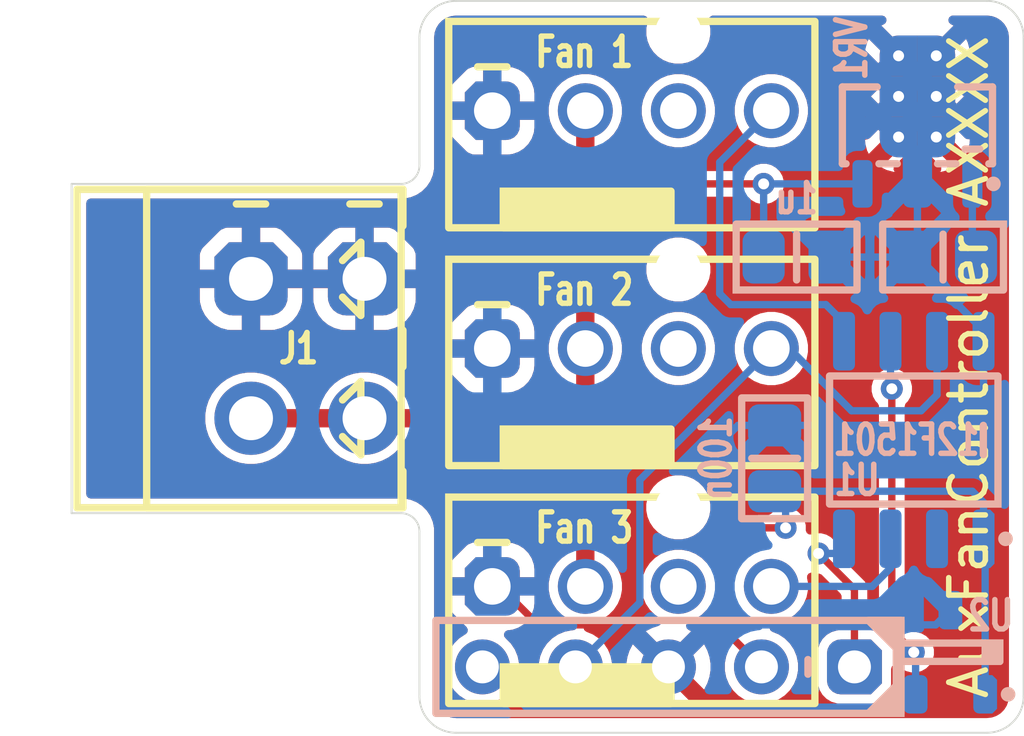
<source format=kicad_pcb>
(kicad_pcb (version 20241229) (generator "pcbnew") (generator_version "9.0")
  (layers (0 "F.Cu" signal) (2 "B.Cu" signal) (13 "F.Paste" user) (15 "B.Paste" user) (5 "F.SilkS" user "F.Silkscreen") (7 "B.SilkS" user "B.Silkscreen") (1 "F.Mask" user) (3 "B.Mask" user) (25 "Edge.Cuts" user))
  (net 0 "")
  (net 1 "GND")
  (net 2 "ICSP_VPP")
  (net 3 "+12V")
  (net 4 "OUT_PWM3")
  (net 5 "OUT_PWM4")
  (net 6 "OUT_PWM2")
  (net 7 "OUT_PWM1")
  (net 8 "ADC_TEMPERATURE")
  (net 9 "+5V")
  (footprint "Medo64:J Molex 047053 [Fan] (4w)" (layer "F.Cu") (at 30.3 18)
    (property "Reference" "J2")
    (property "Value" "Fan 1" (at -1.3 -1.6 0) (layer "F.SilkS") (effects (font (size 0.8 0.6) (thickness 0.15) (bold yes))))
    (fp_line (start -4.21 -1.2) (end -3.41 -1.2) (stroke (width 0.2)) (layer "F.SilkS"))
    (fp_rect (start -5 -2.44) (end 5 3.2) (stroke (width 0.2)) (fill no) (layer "F.SilkS"))
    (fp_rect (start -3.51 2.2) (end 1.07 3.2) (stroke (width 0.2)) (fill yes) (layer "F.SilkS"))
    (pad "" np_thru_hole circle (at 1.27 -2.16) (size 1.25 1.25) (drill 1.25) (layers "*.Cu" "*.Mask"))
    (pad "1" thru_hole roundrect (at -3.81 0) (size 1.5 1.6) (drill 1) (layers "*.Cu" "*.Mask") (chamfer_ratio 0.2) (chamfer top_left bottom_left) (net 1 "GND"))
    (pad "2" thru_hole circle (at -1.27 0) (size 1.5 1.5) (drill 1) (layers "*.Cu" "*.Mask") (net 3 "+12V"))
    (pad "3" thru_hole circle (at 1.27 0) (size 1.5 1.5) (drill 1) (layers "*.Cu" "*.Mask"))
    (pad "4" thru_hole circle (at 3.81 0) (size 1.5 1.5) (drill 1) (layers "*.Cu" "*.Mask") (net 7 "OUT_PWM1"))
  )
  (footprint "Medo64:J Phoenix MCV (2w)" (layer "F.Cu") (at 19.9 24.5 -90)
    (property "Reference" "J1'" (hide yes))
    (property "Value" "MCV 1,5/2" (hide yes))
    (fp_line (start -3.95 -0.4) (end -3.95 0.4) (stroke (width 0.2)) (layer "F.SilkS"))
    (fp_line (start -2.905 -3) (end -2.405 -2.5) (stroke (width 0.2)) (layer "F.SilkS"))
    (fp_line (start -2.905 -3) (end -0.905 -3) (stroke (width 0.2)) (layer "F.SilkS"))
    (fp_line (start -0.905 -3) (end -1.405 -2.5) (stroke (width 0.2)) (layer "F.SilkS"))
    (fp_line (start 0.905 -3) (end 1.405 -2.5) (stroke (width 0.2)) (layer "F.SilkS"))
    (fp_line (start 0.905 -3) (end 2.905 -3) (stroke (width 0.2)) (layer "F.SilkS"))
    (fp_line (start 2.905 -3) (end 2.405 -2.5) (stroke (width 0.2)) (layer "F.SilkS"))
    (fp_rect (start -4.35 -4.1) (end 4.35 2.85) (stroke (width 0.2)) (fill no) (layer "F.SilkS"))
    (pad "1" thru_hole roundrect (at -1.905 0 270) (size 2 2) (drill 1.2) (layers "*.Cu" "*.Mask") (chamfer_ratio 0.2) (chamfer top_left bottom_left) (net 1 "GND"))
    (pad "2" thru_hole circle (at 1.905 0 270) (size 2 2) (drill 1.2) (layers "*.Cu" "*.Mask") (net 3 "+12V"))
  )
  (footprint "Medo64:J Molex 047053 [Fan] (4w)" (layer "F.Cu") (at 30.3 31)
    (property "Reference" "J4")
    (property "Value" "Fan 3" (at -1.3 -1.6 0) (layer "F.SilkS") (effects (font (size 0.8 0.6) (thickness 0.15) (bold yes))))
    (fp_line (start -4.21 -1.2) (end -3.41 -1.2) (stroke (width 0.2)) (layer "F.SilkS"))
    (fp_rect (start -5 -2.44) (end 5 3.2) (stroke (width 0.2)) (fill no) (layer "F.SilkS"))
    (fp_rect (start -3.51 2.2) (end 1.07 3.2) (stroke (width 0.2)) (fill yes) (layer "F.SilkS"))
    (pad "" np_thru_hole circle (at 1.27 -2.16) (size 1.25 1.25) (drill 1.25) (layers "*.Cu" "*.Mask"))
    (pad "1" thru_hole roundrect (at -3.81 0) (size 1.5 1.6) (drill 1) (layers "*.Cu" "*.Mask") (chamfer_ratio 0.2) (chamfer top_left bottom_left) (net 1 "GND"))
    (pad "2" thru_hole circle (at -1.27 0) (size 1.5 1.5) (drill 1) (layers "*.Cu" "*.Mask") (net 3 "+12V"))
    (pad "3" thru_hole circle (at 1.27 0) (size 1.5 1.5) (drill 1) (layers "*.Cu" "*.Mask"))
    (pad "4" thru_hole circle (at 3.81 0) (size 1.5 1.5) (drill 1) (layers "*.Cu" "*.Mask") (net 4 "OUT_PWM3"))
  )
  (footprint "Medo64:J Phoenix MC (2w)" (layer "F.Cu") (at 23 24.5 -90)
    (property "Reference" "J1" (at 0 1.8 180) (layer "F.SilkS") (effects (font (size 0.8 0.6) (thickness 0.15) (bold yes))))
    (property "Value" "MC 1,5/2")
    (fp_line (start -4.35 7.85) (end 4.35 7.85) (stroke (width 0.2)) (layer "F.SilkS"))
    (fp_line (start 4.35 7.85) (end 4.35 -1.05) (stroke (width 0.2)) (layer "F.SilkS"))
    (fp_line (start -3.95 -0.4) (end -3.95 0.4) (stroke (width 0.2)) (layer "F.SilkS"))
    (fp_line (start -4.35 -1.05) (end -4.35 7.85) (stroke (width 0.2)) (layer "F.SilkS"))
    (fp_line (start -4.35 -1.05) (end -3.35 -1.05) (stroke (width 0.2)) (layer "F.SilkS"))
    (fp_line (start 0.5 -1.05) (end -0.5 -1.05) (stroke (width 0.2)) (layer "F.SilkS"))
    (fp_line (start 4.35 -1.05) (end 3.35 -1.05) (stroke (width 0.2)) (layer "F.SilkS"))
    (pad "1" thru_hole roundrect (at -1.905 0 270) (size 2 2) (drill 1.2) (layers "*.Cu" "*.Mask") (chamfer_ratio 0.2) (chamfer top_left bottom_left) (net 1 "GND"))
    (pad "2" thru_hole circle (at 1.905 0 270) (size 2 2) (drill 1.2) (layers "*.Cu" "*.Mask") (net 3 "+12V"))
  )
  (footprint "Medo64:J Molex 047053 [Fan] (4w)" (layer "F.Cu") (at 30.3 24.5)
    (property "Reference" "J3")
    (property "Value" "Fan 2" (at -1.3 -1.6 0) (layer "F.SilkS") (effects (font (size 0.8 0.6) (thickness 0.15) (bold yes))))
    (fp_line (start -4.21 -1.2) (end -3.41 -1.2) (stroke (width 0.2)) (layer "F.SilkS"))
    (fp_rect (start -5 -2.44) (end 5 3.2) (stroke (width 0.2)) (fill no) (layer "F.SilkS"))
    (fp_rect (start -3.51 2.2) (end 1.07 3.2) (stroke (width 0.2)) (fill yes) (layer "F.SilkS"))
    (pad "" np_thru_hole circle (at 1.27 -2.16) (size 1.25 1.25) (drill 1.25) (layers "*.Cu" "*.Mask"))
    (pad "1" thru_hole roundrect (at -3.81 0) (size 1.5 1.6) (drill 1) (layers "*.Cu" "*.Mask") (chamfer_ratio 0.2) (chamfer top_left bottom_left) (net 1 "GND"))
    (pad "2" thru_hole circle (at -1.27 0) (size 1.5 1.5) (drill 1) (layers "*.Cu" "*.Mask") (net 3 "+12V"))
    (pad "3" thru_hole circle (at 1.27 0) (size 1.5 1.5) (drill 1) (layers "*.Cu" "*.Mask"))
    (pad "4" thru_hole circle (at 3.81 0) (size 1.5 1.5) (drill 1) (layers "*.Cu" "*.Mask") (net 6 "OUT_PWM2"))
  )
  (footprint "Medo64:C (0805)" (layer "B.Cu") (at 34.2 27.5 90)
    (property "Reference" "C1" (hide yes))
    (property "Value" "100n" (at 0 -1.6 90) (layer "B.SilkS") (effects (font (size 0.8 0.6) (thickness 0.15) (bold yes)) (justify mirror)))
    (fp_line (start 0 0.625) (end 0 -0.625) (stroke (width 0.2)) (layer "B.SilkS"))
    (fp_rect (start -1.65 0.9) (end 1.65 -0.9) (stroke (width 0.2)) (fill no) (layer "B.SilkS"))
    (pad "1" smd roundrect (at -0.9 0 90) (size 1.15 1.45) (layers "B.Cu" "B.Mask" "B.Paste") (net 9 "+5V"))
    (pad "2" smd roundrect (at 0.9 0 90) (size 1.15 1.45) (layers "B.Cu" "B.Mask" "B.Paste") (net 1 "GND"))
  )
  (footprint "Medo64:C (0805)" (layer "B.Cu") (at 38.8 22 180)
    (property "Reference" "C2" (hide yes))
    (property "Value" "100n" (hide yes))
    (fp_line (start 0 0.625) (end 0 -0.625) (stroke (width 0.2)) (layer "B.SilkS"))
    (fp_rect (start -1.65 0.9) (end 1.65 -0.9) (stroke (width 0.2)) (fill no) (layer "B.SilkS"))
    (pad "1" smd roundrect (at -0.9 0 180) (size 1.15 1.45) (layers "B.Cu" "B.Mask" "B.Paste") (net 9 "+5V"))
    (pad "2" smd roundrect (at 0.9 0 180) (size 1.15 1.45) (layers "B.Cu" "B.Mask" "B.Paste") (net 1 "GND"))
  )
  (footprint "Medo64:ICSP PIC Pogo SS (5w)" (layer "B.Cu") (at 31.3 33.2 180)
    (property "Reference" "ICSP" (hide yes))
    (property "Value" "Microchip PIC" (hide yes))
    (fp_line (start -3.81 0.2) (end -3.81 -0.2) (stroke (width 0.2)) (layer "B.SilkS"))
    (fp_rect (start -6.35 1.27) (end 6.35 -1.27) (stroke (width 0.2)) (fill no) (layer "B.SilkS"))
    (fp_poly (pts (xy -6.223 0.508) (xy -5.461 1.27) (xy -6.35 1.27) (xy -6.35 -1.27) (xy -5.461 -1.27) (xy -6.223 -0.508)) (stroke (width 0.2)) (fill yes) (layer "B.SilkS"))
    (pad "1" thru_hole roundrect (at -5.08 0 180) (size 1.5 1.5) (drill 0.9) (layers "*.Cu" "B.Mask") (chamfer_ratio 0.2) (chamfer top_left bottom_left) (net 2 "ICSP_VPP"))
    (pad "2" thru_hole circle (at -2.54 0 180) (size 1.5 1.5) (drill 0.9) (layers "*.Cu" "B.Mask") (net 9 "+5V"))
    (pad "3" thru_hole circle (at 0 0 180) (size 1.5 1.5) (drill 0.9) (layers "*.Cu" "B.Mask") (net 1 "GND"))
    (pad "4" thru_hole circle (at 2.54 0 180) (size 1.5 1.5) (drill 0.9) (layers "*.Cu" "B.Mask") (net 6 "OUT_PWM2"))
    (pad "5" thru_hole circle (at 5.08 0 180) (size 1.5 1.5) (drill 0.9) (layers "*.Cu" "B.Mask") (net 8 "ADC_TEMPERATURE"))
  )
  (footprint "Medo64:U Micro [PIC12F1501] (SOIC-8)" (layer "B.Cu") (at 38 27 90)
    (property "Reference" "U1" (at -1.1 -1.55 0) (layer "B.SilkS") (effects (font (size 0.8 0.6)) (justify mirror)))
    (property "Value" "12F1501" (at 0 -0.2 0) (layer "B.SilkS") (effects (font (size 0.8 0.6)) (justify mirror)))
    (fp_line (start -0.4 1.9) (end 0.4 1.9) (stroke (width 0.2)) (layer "B.SilkS"))
    (fp_rect (start -1.75 2.3) (end 1.75 -2.3) (stroke (width 0.2)) (fill no) (layer "B.SilkS"))
    (fp_circle (center -2.7 2.505) (end -2.55 2.505) (stroke (width 0.1)) (fill yes) (layer "B.SilkS"))
    (pad "1" smd roundrect (at -2.7 1.905 90) (size 1.6 0.6) (layers "B.Cu" "B.Mask" "B.Paste") (chamfer_ratio 0.2) (chamfer bottom_left bottom_right) (net 9 "+5V"))
    (pad "2" smd roundrect (at -2.7 0.635 90) (size 1.6 0.6) (layers "B.Cu" "B.Mask" "B.Paste") (net 5 "OUT_PWM4"))
    (pad "3" smd roundrect (at -2.7 -0.635 90) (size 1.6 0.6) (layers "B.Cu" "B.Mask" "B.Paste") (net 4 "OUT_PWM3"))
    (pad "4" smd roundrect (at -2.7 -1.905 90) (size 1.6 0.6) (layers "B.Cu" "B.Mask" "B.Paste") (net 2 "ICSP_VPP"))
    (pad "5" smd roundrect (at 2.7 -1.905 90) (size 1.6 0.6) (layers "B.Cu" "B.Mask" "B.Paste") (net 7 "OUT_PWM1"))
    (pad "6" smd roundrect (at 2.7 -0.635 90) (size 1.6 0.6) (layers "B.Cu" "B.Mask" "B.Paste") (net 8 "ADC_TEMPERATURE"))
    (pad "7" smd roundrect (at 2.7 0.635 90) (size 1.6 0.6) (layers "B.Cu" "B.Mask" "B.Paste") (net 6 "OUT_PWM2"))
    (pad "8" smd roundrect (at 2.7 1.905 90) (size 1.6 0.6) (layers "B.Cu" "B.Mask" "B.Paste") (net 1 "GND"))
  )
  (footprint "Medo64:U Temperature Analog [MCP9701] (SOT23-3)" (layer "B.Cu") (at 39 32.8 180)
    (property "Reference" "U2" (at -1.1 1 0) (layer "B.SilkS") (effects (font (size 0.8 0.6)) (justify mirror)))
    (property "Value" "MCP9701A" (hide yes))
    (fp_rect (start -1.35 0.25) (end 1.35 -0.25) (stroke (width 0.2)) (fill no) (layer "B.SilkS"))
    (fp_rect (start -1.35 0.25) (end -0.95 -0.25) (stroke (width 0.2)) (fill yes) (layer "B.SilkS"))
    (fp_circle (center -1.575 -1.15) (end -1.425 -1.15) (stroke (width 0.1)) (fill yes) (layer "B.SilkS"))
    (pad "1" smd roundrect (at -0.95 -1.15 180) (size 0.65 1.05) (layers "B.Cu" "B.Mask" "B.Paste") (chamfer_ratio 0.2) (chamfer top_left bottom_left) (net 9 "+5V"))
    (pad "2" smd roundrect (at 0.95 -1.15 180) (size 0.65 1.05) (layers "B.Cu" "B.Mask" "B.Paste") (net 8 "ADC_TEMPERATURE"))
    (pad "3" smd roundrect (at 0 1.15 180) (size 0.65 1.05) (layers "B.Cu" "B.Mask" "B.Paste") (net 1 "GND"))
  )
  (footprint "Medo64:C (0805)" (layer "B.Cu") (at 34.8 22)
    (property "Reference" "C3" (hide yes))
    (property "Value" "1u" (at 0 -1.6 180) (layer "B.SilkS") (effects (font (size 0.8 0.6) (thickness 0.15) (bold yes)) (justify mirror)))
    (fp_line (start 0 0.625) (end 0 -0.625) (stroke (width 0.2)) (layer "B.SilkS"))
    (fp_rect (start -1.65 0.9) (end 1.65 -0.9) (stroke (width 0.2)) (fill no) (layer "B.SilkS"))
    (pad "1" smd roundrect (at -0.9 0) (size 1.15 1.45) (layers "B.Cu" "B.Mask" "B.Paste") (net 3 "+12V"))
    (pad "2" smd roundrect (at 0.9 0) (size 1.15 1.45) (layers "B.Cu" "B.Mask" "B.Paste") (net 1 "GND"))
  )
  (footprint "Medo64:VR Linear 5V 100mA [AS78L05RTR-E1] (SOT89-3')" (layer "B.Cu") (at 38.1 20 180)
    (property "Reference" "VR1" (at 1.8 3.7 90) (layer "B.SilkS") (effects (font (size 0.8 0.6)) (justify mirror)))
    (property "Value" "AS78L05RTR" (hide yes))
    (fp_line (start 2.05 2.65) (end 1.1 2.65) (stroke (width 0.2)) (layer "B.SilkS"))
    (fp_line (start 2.05 0.55) (end 2.05 2.65) (stroke (width 0.2)) (layer "B.SilkS"))
    (fp_line (start 2.05 0.55) (end 1.95 0.55) (stroke (width 0.2)) (layer "B.SilkS"))
    (fp_line (start 1.05 0.55) (end 0.55 0.55) (stroke (width 0.2)) (layer "B.SilkS"))
    (fp_line (start -1.05 0.55) (end -0.55 0.55) (stroke (width 0.2)) (layer "B.SilkS"))
    (fp_line (start -1.3 0.95) (end -1.7 0.95) (stroke (width 0.2)) (layer "B.SilkS"))
    (fp_line (start -2.05 2.65) (end -1.1 2.65) (stroke (width 0.2)) (layer "B.SilkS"))
    (fp_line (start -2.05 0.55) (end -1.95 0.55) (stroke (width 0.2)) (layer "B.SilkS"))
    (fp_line (start -2.05 0.55) (end -2.05 2.65) (stroke (width 0.2)) (layer "B.SilkS"))
    (fp_circle (center -2.075 0) (end -1.925 0) (stroke (width 0.1)) (fill yes) (layer "B.SilkS"))
    (pad "1" smd roundrect (at -1.5 0 180) (size 0.55 1.3) (layers "B.Cu" "B.Mask" "B.Paste") (chamfer_ratio 0.2) (chamfer top_left bottom_left) (net 9 "+5V"))
    (pad "2" thru_hole roundrect (at -0.515 1.28 180) (size 1.03 1.11) (drill 0.3) (layers "*.Cu" "B.Mask" "B.Paste") (roundrect_rratio 0.5) (chamfer_ratio 0) (chamfer top_right bottom_left bottom_right) (net 1 "GND"))
    (pad "2" thru_hole rect (at -0.515 2.39 180) (size 1.03 1.11) (drill 0.3) (layers "*.Cu" "B.Mask" "B.Paste") (net 1 "GND"))
    (pad "2" thru_hole roundrect (at -0.515 3.5 180) (size 1.03 1.11) (drill 0.3) (layers "*.Cu" "B.Mask" "B.Paste") (roundrect_rratio 0.5) (chamfer_ratio 0) (chamfer top_left top_right bottom_right) (net 1 "GND"))
    (pad "2" smd roundrect (at 0 0.2 180) (size 0.8 1.7) (layers "B.Cu" "B.Mask" "B.Paste") (net 1 "GND"))
    (pad "2" thru_hole roundrect (at 0.515 1.28 180) (size 1.03 1.11) (drill 0.3) (layers "*.Cu" "B.Mask" "B.Paste") (roundrect_rratio 0.5) (chamfer_ratio 0) (chamfer top_left bottom_left bottom_right) (net 1 "GND"))
    (pad "2" thru_hole rect (at 0.515 2.39 180) (size 1.03 1.11) (drill 0.3) (layers "*.Cu" "B.Mask" "B.Paste") (net 1 "GND"))
    (pad "2" thru_hole roundrect (at 0.515 3.5 180) (size 1.03 1.11) (drill 0.3) (layers "*.Cu" "B.Mask" "B.Paste") (roundrect_rratio 0.5) (chamfer_ratio 0) (chamfer top_left top_right bottom_left) (net 1 "GND"))
    (pad "3" smd roundrect (at 1.5 0 180) (size 0.55 1.3) (layers "B.Cu" "B.Mask" "B.Paste") (chamfer_ratio 0.2) (chamfer) (net 3 "+12V"))
  )
  (gr_line (start 15 20) (end 24 20) (stroke (width 0.05)) (layer "Edge.Cuts"))
  (gr_arc (start 41 34) (mid 40.707107 34.707107) (end 40 35) (stroke (width 0.05)) (layer "Edge.Cuts"))
  (gr_arc (start 25.5 35) (mid 24.792893 34.707107) (end 24.5 34) (stroke (width 0.05)) (layer "Edge.Cuts"))
  (gr_arc (start 24.5 19.5) (mid 24.353553 19.853553) (end 24 20) (stroke (width 0.05)) (layer "Edge.Cuts"))
  (gr_arc (start 24.5 16) (mid 24.792893 15.292893) (end 25.5 15) (stroke (width 0.05)) (layer "Edge.Cuts"))
  (gr_line (start 24 29) (end 15 29) (stroke (width 0.05)) (layer "Edge.Cuts"))
  (gr_line (start 41 16) (end 41 34) (stroke (width 0.05)) (layer "Edge.Cuts"))
  (gr_line (start 15 20) (end 15 29) (stroke (width 0.05)) (layer "Edge.Cuts"))
  (gr_line (start 24.5 16) (end 24.5 19.5) (stroke (width 0.05)) (layer "Edge.Cuts"))
  (gr_line (start 25.5 35) (end 40 35) (stroke (width 0.05)) (layer "Edge.Cuts"))
  (gr_arc (start 40 15) (mid 40.707107 15.292893) (end 41 16) (stroke (width 0.05)) (layer "Edge.Cuts"))
  (gr_line (start 25.5 15) (end 40 15) (stroke (width 0.05)) (layer "Edge.Cuts"))
  (gr_arc (start 24 29) (mid 24.353553 29.146447) (end 24.5 29.5) (stroke (width 0.05)) (layer "Edge.Cuts"))
  (gr_line (start 24.5 29.5) (end 24.5 34) (stroke (width 0.05)) (layer "Edge.Cuts"))
  (gr_text "AuxFanController AXXXX" (at 39.5 25 90) (layer "F.SilkS") (effects (font (size 1 1))))
  (segment (start 27.741 32.051) (end 30.251 32.051) (width 0.2) (layer "F.Cu") (net 1))
  (segment (start 30.251 32.051) (end 31.4 33.2) (width 0.2) (layer "F.Cu") (net 1))
  (segment (start 26.69 31) (end 27.741 32.051) (width 0.2) (layer "F.Cu") (net 1))
  (segment (start 23 22.595) (end 19.9 22.595) (width 0.5) (layer "F.Cu") (net 1))
  (segment (start 26.395 22.595) (end 26.49 22.5) (width 0.2) (layer "B.Cu") (net 1))
  (segment (start 38.1 19.8) (end 38.1 21.8) (width 0.2) (layer "B.Cu") (net 1))
  (segment (start 38.599 32.051) (end 39 31.65) (width 0.2) (layer "B.Cu") (net 1))
  (segment (start 33.2 26.6) (end 32.9 26.9) (width 0.2) (layer "B.Cu") (net 1))
  (segment (start 26.49 22.5) (end 26.49 18) (width 0.5) (layer "B.Cu") (net 1))
  (segment (start 32.9 32.051) (end 38.599 32.051) (width 0.2) (layer "B.Cu") (net 1))
  (segment (start 39.905 24.005) (end 37.9 22) (width 0.2) (layer "B.Cu") (net 1))
  (segment (start 23 22.595) (end 26.395 22.595) (width 0.5) (layer "B.Cu") (net 1))
  (segment (start 34.5 26.6) (end 33.2 26.6) (width 0.2) (layer "B.Cu") (net 1))
  (segment (start 26.49 24.5) (end 26.49 22.5) (width 0.5) (layer "B.Cu") (net 1))
  (segment (start 39.905 26.295) (end 39.905 24.3) (width 0.2) (layer "B.Cu") (net 1))
  (segment (start 32.449 32.051) (end 32.9 32.051) (width 0.2) (layer "B.Cu") (net 1))
  (segment (start 39.6 26.6) (end 39.905 26.295) (width 0.2) (layer "B.Cu") (net 1))
  (segment (start 34.5 26.6) (end 39.6 26.6) (width 0.2) (layer "B.Cu") (net 1))
  (segment (start 32.9 26.9) (end 32.9 32.051) (width 0.2) (layer "B.Cu") (net 1))
  (segment (start 26.49 31) (end 26.49 24.5) (width 0.5) (layer "B.Cu") (net 1))
  (segment (start 37.9 22) (end 35.7 22) (width 0.2) (layer "B.Cu") (net 1))
  (segment (start 31.3 33.2) (end 32.449 32.051) (width 0.2) (layer "B.Cu") (net 1))
  (segment (start 36.38 33.2) (end 36.38 31.08) (width 0.2) (layer "F.Cu") (net 2))
  (segment (start 36.38 31.08) (end 35.4 30.1) (width 0.2) (layer "F.Cu") (net 2))
  (via (at 35.4 30.1) (size 0.6) (drill 0.3) (layers "F.Cu" "B.Cu") (net 2))
  (segment (start 35.4 30.1) (end 36.095 30.1) (width 0.2) (layer "B.Cu") (net 2))
  (segment (start 29.025 26.405) (end 29.03 26.4) (width 0.2) (layer "F.Cu") (net 3))
  (segment (start 23 26.405) (end 19.9 26.405) (width 0.5) (layer "F.Cu") (net 3))
  (segment (start 29.03 18) (end 29.03 20) (width 0.2) (layer "F.Cu") (net 3))
  (segment (start 23 26.405) (end 29.025 26.405) (width 0.5) (layer "F.Cu") (net 3))
  (segment (start 29.03 20) (end 33.9 20) (width 0.2) (layer "F.Cu") (net 3))
  (segment (start 29.03 24.5) (end 29.03 18) (width 0.5) (layer "F.Cu") (net 3))
  (segment (start 29.03 26.4) (end 29.03 24.5) (width 0.5) (layer "F.Cu") (net 3))
  (segment (start 29.03 31) (end 29.03 26.4) (width 0.5) (layer "F.Cu") (net 3))
  (via (at 33.9 20) (size 0.6) (drill 0.3) (layers "F.Cu" "B.Cu") (net 3))
  (segment (start 36.6 20) (end 33.9 20) (width 0.2) (layer "B.Cu") (net 3))
  (segment (start 33.9 20) (end 33.9 22) (width 0.2) (layer "B.Cu") (net 3))
  (segment (start 36.864999 31) (end 37.365 30.499999) (width 0.2) (layer "B.Cu") (net 4))
  (segment (start 34.11 31) (end 36.864999 31) (width 0.2) (layer "B.Cu") (net 4))
  (segment (start 37.365 30.499999) (end 37.365 29.7) (width 0.2) (layer "B.Cu") (net 4))
  (segment (start 30.519 31.441) (end 30.519 28.091) (width 0.2) (layer "B.Cu") (net 6))
  (segment (start 38.2 26.2) (end 36.3 26.2) (width 0.2) (layer "B.Cu") (net 6))
  (segment (start 36.3 26.2) (end 34.6 24.5) (width 0.2) (layer "B.Cu") (net 6))
  (segment (start 38.635 25.765) (end 38.2 26.2) (width 0.2) (layer "B.Cu") (net 6))
  (segment (start 38.635 24.3) (end 38.635 25.765) (width 0.2) (layer "B.Cu") (net 6))
  (segment (start 28.76 33.2) (end 30.519 31.441) (width 0.2) (layer "B.Cu") (net 6))
  (segment (start 30.519 28.091) (end 34.11 24.5) (width 0.2) (layer "B.Cu") (net 6))
  (segment (start 32.7 19.41) (end 32.7 23) (width 0.2) (layer "B.Cu") (net 7))
  (segment (start 35.6 23.3) (end 36.095 23.795) (width 0.2) (layer "B.Cu") (net 7))
  (segment (start 33 23.3) (end 35.6 23.3) (width 0.2) (layer "B.Cu") (net 7))
  (segment (start 32.7 23) (end 33 23.3) (width 0.2) (layer "B.Cu") (net 7))
  (segment (start 34.11 18) (end 32.7 19.41) (width 0.2) (layer "B.Cu") (net 7))
  (segment (start 37.4 32.2) (end 38 32.8) (width 0.2) (layer "F.Cu") (net 8))
  (segment (start 37.4 25.6) (end 37.4 32.2) (width 0.2) (layer "F.Cu") (net 8))
  (via (at 38 32.8) (size 0.6) (drill 0.3) (layers "F.Cu" "B.Cu") (net 8))
  (via (at 37.4 25.6) (size 0.6) (drill 0.3) (layers "F.Cu" "B.Cu") (net 8))
  (segment (start 37.7 34.3) (end 27.42 34.3) (width 0.2) (layer "B.Cu") (net 8))
  (segment (start 38.05 32.85) (end 38 32.8) (width 0.2) (layer "B.Cu") (net 8))
  (segment (start 37.365 25.565) (end 37.4 25.6) (width 0.2) (layer "B.Cu") (net 8))
  (segment (start 38.05 33.95) (end 38.05 32.85) (width 0.2) (layer "B.Cu") (net 8))
  (segment (start 37.365 24.3) (end 37.365 25.565) (width 0.2) (layer "B.Cu") (net 8))
  (segment (start 38.05 33.95) (end 37.7 34.3) (width 0.2) (layer "B.Cu") (net 8))
  (segment (start 27.42 34.3) (end 26.32 33.2) (width 0.2) (layer "B.Cu") (net 8))
  (segment (start 32.9 30.3) (end 33.8 29.4) (width 0.2) (layer "F.Cu") (net 9))
  (segment (start 33.8 29.4) (end 34.4 29.4) (width 0.2) (layer "F.Cu") (net 9))
  (segment (start 32.9 32.26) (end 32.9 30.3) (width 0.2) (layer "F.Cu") (net 9))
  (segment (start 33.84 33.2) (end 32.9 32.26) (width 0.2) (layer "F.Cu") (net 9))
  (via (at 34.5 29.4) (size 0.6) (drill 0.3) (layers "F.Cu" "B.Cu") (net 9))
  (segment (start 39.6 28.4) (end 39.905 28.705) (width 0.2) (layer "B.Cu") (net 9))
  (segment (start 34.5 28.4) (end 39.6 28.4) (width 0.2) (layer "B.Cu") (net 9))
  (segment (start 34.5 28.4) (end 34.5 29.4) (width 0.2) (layer "B.Cu") (net 9))
  (segment (start 39.95 33.95) (end 39.95 29.745) (width 0.2) (layer "B.Cu") (net 9))
  (segment (start 39.6 20) (end 39.6 21.9) (width 0.2) (layer "B.Cu") (net 9))
  (segment (start 39.905 28.705) (end 39.905 29.7) (width 0.2) (layer "B.Cu") (net 9))
  (zone (net 1) (net_name "GND") (layers "F.Cu" "B.Cu") (connect_pads (clearance 0.25)) (min_thickness 0.25) (fill yes (thermal_gap 0.4) (thermal_bridge_width 0.5))
    (polygon (pts (xy 15 15) (xy 15 35.1) (xy 41 35) (xy 41 15)))
  )
)
</source>
